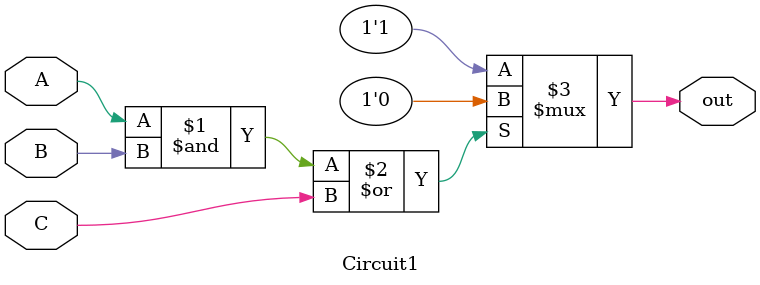
<source format=v>
`timescale 1ns / 1ps


module Circuit1(input A, B, C, output out);

assign out = (A & B) | C ? 1'b0 : 1'b1;

endmodule

</source>
